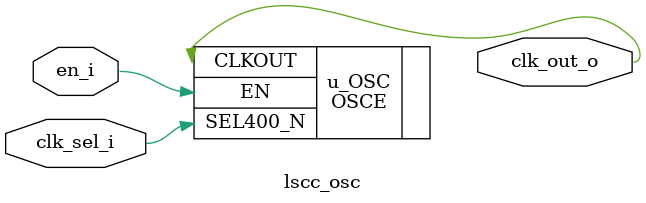
<source format=v>

`ifndef lscc_osc
`define lscc_osc

module lscc_osc #
// -----------------------------------------------------------------------------
// Module Parameters
// -----------------------------------------------------------------------------
(         
parameter                USER_CLK_DIVIDEND    =  400,
parameter                CLK_DIV_DEC          =  1,
parameter                CLK_DIV              = "1",
parameter                FAMILY               = "LAV-AT",
parameter                DEVICE               = "LAV-AT-E70"
)
// -----------------------------------------------------------------------------
// Input/Output Ports
// -----------------------------------------------------------------------------
(
input                    en_i,
input                    clk_sel_i,

output                   clk_out_o
);

// ---------------------------------------
// OSC Module Instantiation
// ---------------------------------------
   OSCE # (     
     .CLK_DIV           (CLK_DIV)
   )                       
   u_OSC (                 
   //Inputs                
     .EN                (en_i),
     .SEL400_N          (clk_sel_i), //1'b0 - 400MHz; 1'b1 - 320MHz
   //Outputs              
     .CLKOUT            (clk_out_o)   
   );

endmodule
//=============================================================================
// lscc_osc.v
//=============================================================================
`endif
</source>
